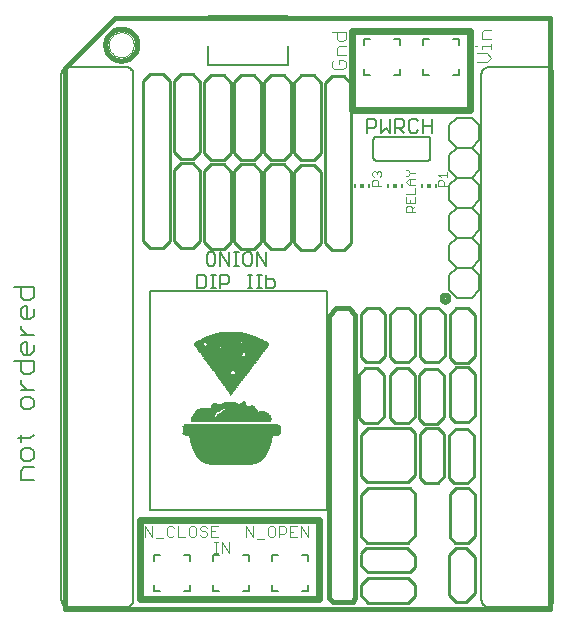
<source format=gto>
G75*
%MOIN*%
%OFA0B0*%
%FSLAX24Y24*%
%IPPOS*%
%LPD*%
%AMOC8*
5,1,8,0,0,1.08239X$1,22.5*
%
%ADD10C,0.0160*%
%ADD11C,0.0060*%
%ADD12C,0.0240*%
%ADD13C,0.0100*%
%ADD14C,0.0040*%
%ADD15C,0.0000*%
%ADD16R,0.0059X0.0118*%
%ADD17R,0.0118X0.0118*%
%ADD18C,0.0030*%
%ADD19C,0.0080*%
%ADD20R,0.1455X0.0013*%
%ADD21R,0.1573X0.0013*%
%ADD22R,0.1665X0.0013*%
%ADD23R,0.1731X0.0013*%
%ADD24R,0.1796X0.0013*%
%ADD25R,0.1849X0.0013*%
%ADD26R,0.1888X0.0013*%
%ADD27R,0.1927X0.0013*%
%ADD28R,0.1967X0.0013*%
%ADD29R,0.2006X0.0013*%
%ADD30R,0.2045X0.0013*%
%ADD31R,0.2071X0.0013*%
%ADD32R,0.2098X0.0013*%
%ADD33R,0.2137X0.0013*%
%ADD34R,0.2150X0.0013*%
%ADD35R,0.2176X0.0013*%
%ADD36R,0.2203X0.0013*%
%ADD37R,0.2229X0.0013*%
%ADD38R,0.2242X0.0013*%
%ADD39R,0.2268X0.0013*%
%ADD40R,0.2281X0.0013*%
%ADD41R,0.2307X0.0013*%
%ADD42R,0.2321X0.0013*%
%ADD43R,0.2334X0.0013*%
%ADD44R,0.2360X0.0013*%
%ADD45R,0.2373X0.0013*%
%ADD46R,0.2386X0.0013*%
%ADD47R,0.2399X0.0013*%
%ADD48R,0.2412X0.0013*%
%ADD49R,0.2439X0.0013*%
%ADD50R,0.2452X0.0013*%
%ADD51R,0.2465X0.0013*%
%ADD52R,0.2478X0.0013*%
%ADD53R,0.2491X0.0013*%
%ADD54R,0.2504X0.0013*%
%ADD55R,0.2517X0.0013*%
%ADD56R,0.2530X0.0013*%
%ADD57R,0.2543X0.0013*%
%ADD58R,0.2556X0.0013*%
%ADD59R,0.2570X0.0013*%
%ADD60R,0.2583X0.0013*%
%ADD61R,0.2596X0.0013*%
%ADD62R,0.2609X0.0013*%
%ADD63R,0.2622X0.0013*%
%ADD64R,0.2635X0.0013*%
%ADD65R,0.2648X0.0013*%
%ADD66R,0.2661X0.0013*%
%ADD67R,0.2674X0.0013*%
%ADD68R,0.2688X0.0013*%
%ADD69R,0.2701X0.0013*%
%ADD70R,0.2714X0.0013*%
%ADD71R,0.2727X0.0013*%
%ADD72R,0.2740X0.0013*%
%ADD73R,0.2753X0.0013*%
%ADD74R,0.2766X0.0013*%
%ADD75R,0.2779X0.0013*%
%ADD76R,0.2792X0.0013*%
%ADD77R,0.2806X0.0013*%
%ADD78R,0.3081X0.0013*%
%ADD79R,0.3146X0.0013*%
%ADD80R,0.3186X0.0013*%
%ADD81R,0.3225X0.0013*%
%ADD82R,0.3251X0.0013*%
%ADD83R,0.3264X0.0013*%
%ADD84R,0.3278X0.0013*%
%ADD85R,0.3238X0.0013*%
%ADD86R,0.3199X0.0013*%
%ADD87R,0.3160X0.0013*%
%ADD88R,0.3107X0.0013*%
%ADD89R,0.0774X0.0013*%
%ADD90R,0.0760X0.0013*%
%ADD91R,0.1822X0.0013*%
%ADD92R,0.0747X0.0013*%
%ADD93R,0.0734X0.0013*%
%ADD94R,0.1783X0.0013*%
%ADD95R,0.1770X0.0013*%
%ADD96R,0.1757X0.0013*%
%ADD97R,0.1704X0.0013*%
%ADD98R,0.1678X0.0013*%
%ADD99R,0.1639X0.0013*%
%ADD100R,0.1613X0.0013*%
%ADD101R,0.1586X0.0013*%
%ADD102R,0.1560X0.0013*%
%ADD103R,0.1508X0.0013*%
%ADD104R,0.1232X0.0013*%
%ADD105R,0.0184X0.0013*%
%ADD106R,0.1193X0.0013*%
%ADD107R,0.1180X0.0013*%
%ADD108R,0.1141X0.0013*%
%ADD109R,0.1101X0.0013*%
%ADD110R,0.1075X0.0013*%
%ADD111R,0.1036X0.0013*%
%ADD112R,0.1023X0.0013*%
%ADD113R,0.1009X0.0013*%
%ADD114R,0.0249X0.0013*%
%ADD115R,0.0446X0.0013*%
%ADD116R,0.1495X0.0013*%
%ADD117R,0.1481X0.0013*%
%ADD118R,0.1468X0.0013*%
%ADD119R,0.1442X0.0013*%
%ADD120R,0.1206X0.0013*%
%ADD121R,0.0197X0.0013*%
%ADD122R,0.0118X0.0013*%
%ADD123R,0.0052X0.0013*%
%ADD124R,0.1154X0.0013*%
%ADD125R,0.0210X0.0013*%
%ADD126R,0.0616X0.0013*%
%ADD127R,0.0144X0.0013*%
%ADD128R,0.0564X0.0013*%
%ADD129R,0.0026X0.0013*%
%ADD130R,0.0498X0.0013*%
%ADD131R,0.0170X0.0013*%
%ADD132R,0.0420X0.0013*%
%ADD133R,0.0341X0.0013*%
%ADD134R,0.0105X0.0013*%
%ADD135R,0.0066X0.0013*%
%ADD136R,0.0039X0.0013*%
%ADD137R,0.0013X0.0013*%
%ADD138R,0.0092X0.0013*%
%ADD139R,0.0223X0.0013*%
%ADD140R,0.0275X0.0013*%
%ADD141R,0.0302X0.0013*%
%ADD142R,0.0328X0.0013*%
%ADD143R,0.0354X0.0013*%
%ADD144R,0.0367X0.0013*%
%ADD145R,0.0380X0.0013*%
%ADD146R,0.0406X0.0013*%
%ADD147R,0.0433X0.0013*%
%ADD148R,0.0459X0.0013*%
%ADD149R,0.0485X0.0013*%
%ADD150R,0.0511X0.0013*%
%ADD151R,0.0538X0.0013*%
%ADD152R,0.0590X0.0013*%
%ADD153R,0.0642X0.0013*%
%ADD154R,0.0669X0.0013*%
%ADD155R,0.0695X0.0013*%
%ADD156R,0.0721X0.0013*%
%ADD157R,0.0800X0.0013*%
%ADD158R,0.0813X0.0013*%
%ADD159R,0.0826X0.0013*%
%ADD160R,0.0852X0.0013*%
%ADD161R,0.0878X0.0013*%
%ADD162R,0.0891X0.0013*%
%ADD163R,0.0905X0.0013*%
%ADD164R,0.0931X0.0013*%
%ADD165R,0.0957X0.0013*%
%ADD166R,0.0970X0.0013*%
%ADD167R,0.0983X0.0013*%
%ADD168R,0.0551X0.0013*%
%ADD169R,0.0524X0.0013*%
%ADD170R,0.0472X0.0013*%
%ADD171R,0.0629X0.0013*%
%ADD172R,0.1219X0.0013*%
%ADD173R,0.1245X0.0013*%
%ADD174R,0.1259X0.0013*%
%ADD175R,0.1272X0.0013*%
%ADD176R,0.1298X0.0013*%
%ADD177R,0.1324X0.0013*%
%ADD178R,0.1337X0.0013*%
%ADD179R,0.1350X0.0013*%
%ADD180R,0.1377X0.0013*%
%ADD181R,0.1403X0.0013*%
%ADD182R,0.1416X0.0013*%
%ADD183R,0.1429X0.0013*%
%ADD184R,0.1534X0.0013*%
%ADD185R,0.1547X0.0013*%
%ADD186R,0.1626X0.0013*%
%ADD187R,0.1652X0.0013*%
%ADD188R,0.1691X0.0013*%
%ADD189R,0.1744X0.0013*%
%ADD190R,0.1809X0.0013*%
%ADD191R,0.1862X0.0013*%
%ADD192R,0.1901X0.0013*%
%ADD193R,0.1940X0.0013*%
%ADD194R,0.1363X0.0013*%
%ADD195R,0.0577X0.0013*%
%ADD196R,0.0603X0.0013*%
%ADD197R,0.2111X0.0013*%
%ADD198R,0.2189X0.0013*%
%ADD199R,0.2216X0.0013*%
%ADD200R,0.2255X0.0013*%
%ADD201R,0.2294X0.0013*%
%ADD202R,0.1521X0.0013*%
%ADD203R,0.0839X0.0013*%
%ADD204R,0.2425X0.0013*%
%ADD205R,0.0315X0.0013*%
%ADD206R,0.2085X0.0013*%
%ADD207R,0.0787X0.0013*%
%ADD208R,0.2163X0.0013*%
%ADD209R,0.2124X0.0013*%
%ADD210R,0.2019X0.0013*%
%ADD211R,0.1953X0.0013*%
%ADD212R,0.1717X0.0013*%
%ADD213R,0.1599X0.0013*%
%ADD214R,0.1114X0.0013*%
%ADD215C,0.0050*%
D10*
X002057Y000180D02*
X018199Y000180D01*
X018199Y019865D01*
X003710Y019865D01*
X002057Y018211D01*
X002057Y000180D01*
X004222Y000180D02*
X016033Y000180D01*
X011703Y000534D02*
X011703Y000574D01*
X011644Y000416D01*
X010974Y000416D01*
X010856Y000534D01*
X010856Y009944D01*
X011092Y010219D01*
X011506Y010219D01*
X011703Y009963D01*
X011703Y000574D01*
X014599Y010534D02*
X014601Y010555D01*
X014607Y010576D01*
X014616Y010595D01*
X014629Y010611D01*
X014645Y010626D01*
X014663Y010637D01*
X014683Y010645D01*
X014703Y010649D01*
X014725Y010649D01*
X014745Y010645D01*
X014765Y010637D01*
X014783Y010626D01*
X014799Y010611D01*
X014812Y010595D01*
X014821Y010576D01*
X014827Y010555D01*
X014829Y010534D01*
X014827Y010513D01*
X014821Y010492D01*
X014812Y010473D01*
X014799Y010457D01*
X014783Y010442D01*
X014765Y010431D01*
X014745Y010423D01*
X014725Y010419D01*
X014703Y010419D01*
X014683Y010423D01*
X014663Y010431D01*
X014645Y010442D01*
X014629Y010457D01*
X014616Y010473D01*
X014607Y010492D01*
X014601Y010513D01*
X014599Y010534D01*
X003396Y018979D02*
X003398Y019025D01*
X003404Y019070D01*
X003414Y019115D01*
X003427Y019158D01*
X003444Y019201D01*
X003465Y019241D01*
X003489Y019280D01*
X003517Y019316D01*
X003548Y019350D01*
X003581Y019382D01*
X003617Y019410D01*
X003655Y019435D01*
X003695Y019457D01*
X003737Y019475D01*
X003780Y019489D01*
X003825Y019500D01*
X003870Y019507D01*
X003916Y019510D01*
X003961Y019509D01*
X004007Y019504D01*
X004052Y019495D01*
X004095Y019483D01*
X004138Y019466D01*
X004179Y019446D01*
X004218Y019423D01*
X004256Y019396D01*
X004290Y019366D01*
X004322Y019334D01*
X004351Y019298D01*
X004377Y019261D01*
X004400Y019221D01*
X004419Y019180D01*
X004434Y019137D01*
X004446Y019092D01*
X004454Y019047D01*
X004458Y019002D01*
X004458Y018956D01*
X004454Y018911D01*
X004446Y018866D01*
X004434Y018821D01*
X004419Y018778D01*
X004400Y018737D01*
X004377Y018697D01*
X004351Y018660D01*
X004322Y018624D01*
X004290Y018592D01*
X004256Y018562D01*
X004218Y018535D01*
X004179Y018512D01*
X004138Y018492D01*
X004095Y018475D01*
X004052Y018463D01*
X004007Y018454D01*
X003961Y018449D01*
X003916Y018448D01*
X003870Y018451D01*
X003825Y018458D01*
X003780Y018469D01*
X003737Y018483D01*
X003695Y018501D01*
X003655Y018523D01*
X003617Y018548D01*
X003581Y018576D01*
X003548Y018608D01*
X003517Y018642D01*
X003489Y018678D01*
X003465Y018717D01*
X003444Y018757D01*
X003427Y018800D01*
X003414Y018843D01*
X003404Y018888D01*
X003398Y018933D01*
X003396Y018979D01*
D11*
X001928Y017985D02*
X001928Y000485D01*
X001930Y000455D01*
X001935Y000425D01*
X001944Y000396D01*
X001957Y000369D01*
X001972Y000343D01*
X001991Y000319D01*
X002012Y000298D01*
X002036Y000279D01*
X002062Y000264D01*
X002089Y000251D01*
X002118Y000242D01*
X002148Y000237D01*
X002178Y000235D01*
X004078Y000235D01*
X004108Y000237D01*
X004138Y000242D01*
X004167Y000251D01*
X004194Y000264D01*
X004220Y000279D01*
X004244Y000298D01*
X004265Y000319D01*
X004284Y000343D01*
X004299Y000369D01*
X004312Y000396D01*
X004321Y000425D01*
X004326Y000455D01*
X004328Y000485D01*
X004328Y017985D01*
X004326Y018015D01*
X004321Y018045D01*
X004312Y018074D01*
X004299Y018101D01*
X004284Y018127D01*
X004265Y018151D01*
X004244Y018172D01*
X004220Y018191D01*
X004194Y018206D01*
X004167Y018219D01*
X004138Y018228D01*
X004108Y018233D01*
X004078Y018235D01*
X002178Y018235D01*
X002148Y018233D01*
X002118Y018228D01*
X002089Y018219D01*
X002062Y018206D01*
X002036Y018191D01*
X002012Y018172D01*
X001991Y018151D01*
X001972Y018127D01*
X001957Y018101D01*
X001944Y018074D01*
X001935Y018045D01*
X001930Y018015D01*
X001928Y017985D01*
X006841Y012053D02*
X006767Y011979D01*
X006767Y011686D01*
X006841Y011612D01*
X006987Y011612D01*
X007061Y011686D01*
X007061Y011979D01*
X006987Y012053D01*
X006841Y012053D01*
X007228Y012053D02*
X007228Y011612D01*
X007521Y011612D02*
X007521Y012053D01*
X007688Y012053D02*
X007835Y012053D01*
X007761Y012053D02*
X007761Y011612D01*
X007688Y011612D02*
X007835Y011612D01*
X007995Y011686D02*
X008068Y011612D01*
X008215Y011612D01*
X008289Y011686D01*
X008289Y011979D01*
X008215Y012053D01*
X008068Y012053D01*
X007995Y011979D01*
X007995Y011686D01*
X008148Y011303D02*
X008295Y011303D01*
X008222Y011303D02*
X008222Y010862D01*
X008295Y010862D02*
X008148Y010862D01*
X008455Y010862D02*
X008602Y010862D01*
X008529Y010862D02*
X008529Y011303D01*
X008602Y011303D02*
X008455Y011303D01*
X008762Y011303D02*
X008762Y010862D01*
X008982Y010862D01*
X009056Y010936D01*
X009056Y011082D01*
X008982Y011156D01*
X008762Y011156D01*
X008749Y011612D02*
X008749Y012053D01*
X008455Y012053D02*
X008455Y011612D01*
X008749Y011612D02*
X008455Y012053D01*
X007521Y011612D02*
X007228Y012053D01*
X007228Y011303D02*
X007448Y011303D01*
X007521Y011229D01*
X007521Y011082D01*
X007448Y011009D01*
X007228Y011009D01*
X007228Y010862D02*
X007228Y011303D01*
X007067Y011303D02*
X006921Y011303D01*
X006994Y011303D02*
X006994Y010862D01*
X006921Y010862D02*
X007067Y010862D01*
X006754Y010936D02*
X006754Y011229D01*
X006680Y011303D01*
X006460Y011303D01*
X006460Y010862D01*
X006680Y010862D01*
X006754Y010936D01*
X012327Y015215D02*
X012327Y015815D01*
X012329Y015832D01*
X012333Y015849D01*
X012340Y015865D01*
X012350Y015879D01*
X012363Y015892D01*
X012377Y015902D01*
X012393Y015909D01*
X012410Y015913D01*
X012427Y015915D01*
X014127Y015915D01*
X014144Y015913D01*
X014161Y015909D01*
X014177Y015902D01*
X014191Y015892D01*
X014204Y015879D01*
X014214Y015865D01*
X014221Y015849D01*
X014225Y015832D01*
X014227Y015815D01*
X014227Y015215D01*
X014225Y015198D01*
X014221Y015181D01*
X014214Y015165D01*
X014204Y015151D01*
X014191Y015138D01*
X014177Y015128D01*
X014161Y015121D01*
X014144Y015117D01*
X014127Y015115D01*
X012427Y015115D01*
X012410Y015117D01*
X012393Y015121D01*
X012377Y015128D01*
X012363Y015138D01*
X012350Y015151D01*
X012340Y015165D01*
X012333Y015181D01*
X012329Y015198D01*
X012327Y015215D01*
X014864Y015296D02*
X014864Y014796D01*
X015114Y014546D01*
X015614Y014546D01*
X015864Y014796D01*
X015864Y015296D01*
X015614Y015546D01*
X015864Y015796D01*
X015864Y016296D01*
X015614Y016546D01*
X015114Y016546D01*
X014864Y016296D01*
X014864Y015796D01*
X015114Y015546D01*
X015614Y015546D01*
X015114Y015546D02*
X014864Y015296D01*
X015114Y014546D02*
X014864Y014296D01*
X014864Y013796D01*
X015114Y013546D01*
X015614Y013546D01*
X015864Y013796D01*
X015864Y014296D01*
X015614Y014546D01*
X015614Y013546D02*
X015864Y013296D01*
X015864Y012796D01*
X015614Y012546D01*
X015864Y012296D01*
X015864Y011796D01*
X015614Y011546D01*
X015864Y011296D01*
X015864Y010796D01*
X015614Y010546D01*
X015114Y010546D01*
X014864Y010796D01*
X014864Y011296D01*
X015114Y011546D01*
X014864Y011796D01*
X014864Y012296D01*
X015114Y012546D01*
X015614Y012546D01*
X015114Y012546D02*
X014864Y012796D01*
X014864Y013296D01*
X015114Y013546D01*
X015114Y011546D02*
X015614Y011546D01*
X015177Y017966D02*
X014977Y017966D01*
X015177Y017966D02*
X015177Y018166D01*
X015177Y018966D02*
X015177Y019166D01*
X014977Y019166D01*
X014177Y019166D02*
X013977Y019166D01*
X013977Y018966D01*
X013977Y018166D02*
X013977Y017966D01*
X014177Y017966D01*
X013208Y017966D02*
X013008Y017966D01*
X013208Y017966D02*
X013208Y018166D01*
X013208Y018966D02*
X013208Y019166D01*
X013008Y019166D01*
X012208Y019166D02*
X012008Y019166D01*
X012008Y018966D01*
X012008Y018166D02*
X012008Y017966D01*
X012208Y017966D01*
X015928Y017985D02*
X015928Y000485D01*
X015930Y000455D01*
X015935Y000425D01*
X015944Y000396D01*
X015957Y000369D01*
X015972Y000343D01*
X015991Y000319D01*
X016012Y000298D01*
X016036Y000279D01*
X016062Y000264D01*
X016089Y000251D01*
X016118Y000242D01*
X016148Y000237D01*
X016178Y000235D01*
X018078Y000235D01*
X018108Y000237D01*
X018138Y000242D01*
X018167Y000251D01*
X018194Y000264D01*
X018220Y000279D01*
X018244Y000298D01*
X018265Y000319D01*
X018284Y000343D01*
X018299Y000369D01*
X018312Y000396D01*
X018321Y000425D01*
X018326Y000455D01*
X018328Y000485D01*
X018328Y017985D01*
X018326Y018015D01*
X018321Y018045D01*
X018312Y018074D01*
X018299Y018101D01*
X018284Y018127D01*
X018265Y018151D01*
X018244Y018172D01*
X018220Y018191D01*
X018194Y018206D01*
X018167Y018219D01*
X018138Y018228D01*
X018108Y018233D01*
X018078Y018235D01*
X016178Y018235D01*
X016148Y018233D01*
X016118Y018228D01*
X016089Y018219D01*
X016062Y018206D01*
X016036Y018191D01*
X016012Y018172D01*
X015991Y018151D01*
X015972Y018127D01*
X015957Y018101D01*
X015944Y018074D01*
X015935Y018045D01*
X015930Y018015D01*
X015928Y017985D01*
X010137Y001961D02*
X009937Y001961D01*
X010137Y001961D02*
X010137Y001761D01*
X010137Y000961D02*
X010137Y000761D01*
X009937Y000761D01*
X009137Y000761D02*
X008937Y000761D01*
X008937Y000961D01*
X008169Y000961D02*
X008169Y000761D01*
X007969Y000761D01*
X007169Y000761D02*
X006969Y000761D01*
X006969Y000961D01*
X006200Y000961D02*
X006200Y000761D01*
X006000Y000761D01*
X005200Y000761D02*
X005000Y000761D01*
X005000Y000961D01*
X005000Y001761D02*
X005000Y001961D01*
X005200Y001961D01*
X006000Y001961D02*
X006200Y001961D01*
X006200Y001761D01*
X006969Y001761D02*
X006969Y001961D01*
X007169Y001961D01*
X007969Y001961D02*
X008169Y001961D01*
X008169Y001761D01*
X008937Y001761D02*
X008937Y001961D01*
X009137Y001961D01*
X001003Y004462D02*
X000576Y004462D01*
X000576Y004782D01*
X000683Y004889D01*
X001003Y004889D01*
X000897Y005107D02*
X001003Y005213D01*
X001003Y005427D01*
X000897Y005534D01*
X000683Y005534D01*
X000576Y005427D01*
X000576Y005213D01*
X000683Y005107D01*
X000897Y005107D01*
X000576Y005751D02*
X000576Y005965D01*
X000470Y005858D02*
X000897Y005858D01*
X001003Y005965D01*
X000897Y006825D02*
X000683Y006825D01*
X000576Y006932D01*
X000576Y007146D01*
X000683Y007252D01*
X000897Y007252D01*
X001003Y007146D01*
X001003Y006932D01*
X000897Y006825D01*
X001003Y007470D02*
X000576Y007470D01*
X000576Y007683D02*
X000576Y007790D01*
X000576Y007683D02*
X000790Y007470D01*
X000897Y008007D02*
X000683Y008007D01*
X000576Y008114D01*
X000576Y008434D01*
X000683Y008652D02*
X000576Y008758D01*
X000576Y008972D01*
X000683Y009079D01*
X000790Y009079D01*
X000790Y008652D01*
X000897Y008652D02*
X000683Y008652D01*
X000897Y008652D02*
X001003Y008758D01*
X001003Y008972D01*
X001003Y009296D02*
X000576Y009296D01*
X000576Y009510D02*
X000576Y009616D01*
X000576Y009510D02*
X000790Y009296D01*
X000790Y009833D02*
X000790Y010260D01*
X000683Y010260D01*
X000576Y010153D01*
X000576Y009940D01*
X000683Y009833D01*
X000897Y009833D01*
X001003Y009940D01*
X001003Y010153D01*
X000897Y010478D02*
X000683Y010478D01*
X000576Y010585D01*
X000576Y010905D01*
X000363Y010905D02*
X001003Y010905D01*
X001003Y010585D01*
X000897Y010478D01*
X001003Y008434D02*
X000363Y008434D01*
X000897Y008007D02*
X001003Y008114D01*
X001003Y008434D01*
D12*
X004537Y003133D02*
X004537Y000495D01*
X010522Y000495D01*
X010522Y003133D01*
X004537Y003133D01*
X011624Y016794D02*
X011624Y019432D01*
X015561Y019432D01*
X015561Y016794D01*
X011624Y016794D01*
D13*
X011585Y017680D02*
X011348Y017936D01*
X010935Y017936D01*
X010699Y017700D01*
X010699Y012365D01*
X010935Y012129D01*
X011348Y012129D01*
X011585Y012365D01*
X011585Y017680D01*
X011329Y017936D02*
X011250Y017936D01*
X010581Y017700D02*
X010344Y017956D01*
X009931Y017956D01*
X009695Y017719D01*
X009695Y015357D01*
X009931Y015121D01*
X010344Y015121D01*
X010581Y015357D01*
X010581Y017700D01*
X010325Y017956D02*
X010246Y017956D01*
X009577Y017719D02*
X009340Y017975D01*
X008927Y017975D01*
X008691Y017739D01*
X008691Y015377D01*
X008927Y015141D01*
X009340Y015141D01*
X009577Y015377D01*
X009577Y017719D01*
X009321Y017975D02*
X009242Y017975D01*
X008573Y017719D02*
X008336Y017975D01*
X007923Y017975D01*
X007687Y017739D01*
X007687Y015377D01*
X007923Y015141D01*
X008336Y015141D01*
X008573Y015377D01*
X008573Y017719D01*
X008317Y017975D02*
X008238Y017975D01*
X007569Y017719D02*
X007333Y017975D01*
X006919Y017975D01*
X006683Y017739D01*
X006683Y015377D01*
X006919Y015141D01*
X007333Y015141D01*
X007569Y015377D01*
X007569Y017719D01*
X007313Y017975D02*
X007234Y017975D01*
X006565Y017739D02*
X006329Y017995D01*
X005915Y017995D01*
X005679Y017759D01*
X005679Y015397D01*
X005915Y015160D01*
X006329Y015160D01*
X006565Y015397D01*
X006565Y017739D01*
X006309Y017995D02*
X006230Y017995D01*
X005541Y017759D02*
X005305Y018015D01*
X004892Y018015D01*
X004655Y017778D01*
X004655Y012424D01*
X004892Y012188D01*
X005305Y012188D01*
X005541Y012424D01*
X005541Y017759D01*
X005285Y018015D02*
X005207Y018015D01*
X006092Y015160D02*
X006309Y015160D01*
X006309Y015023D02*
X006230Y015023D01*
X006329Y015023D02*
X005915Y015023D01*
X005679Y014786D01*
X005679Y012424D01*
X005915Y012188D01*
X006329Y012188D01*
X006565Y012424D01*
X006565Y014767D01*
X006329Y015023D01*
X006683Y014767D02*
X006919Y015003D01*
X007333Y015003D01*
X007569Y014747D01*
X007569Y012404D01*
X007333Y012168D01*
X006919Y012168D01*
X006683Y012404D01*
X006683Y014767D01*
X007096Y015141D02*
X007313Y015141D01*
X007313Y015003D02*
X007234Y015003D01*
X007687Y014767D02*
X007923Y015003D01*
X008336Y015003D01*
X008573Y014747D01*
X008573Y012404D01*
X008336Y012168D01*
X007923Y012168D01*
X007687Y012404D01*
X007687Y014767D01*
X008100Y015141D02*
X008317Y015141D01*
X008317Y015003D02*
X008238Y015003D01*
X008691Y014767D02*
X008927Y015003D01*
X009340Y015003D01*
X009577Y014747D01*
X009577Y012404D01*
X009340Y012168D01*
X008927Y012168D01*
X008691Y012404D01*
X008691Y014767D01*
X009104Y015141D02*
X009321Y015141D01*
X009321Y015003D02*
X009242Y015003D01*
X009695Y014747D02*
X009931Y014983D01*
X010344Y014983D01*
X010581Y014727D01*
X010581Y012385D01*
X010344Y012149D01*
X009931Y012149D01*
X009695Y012385D01*
X009695Y014747D01*
X010108Y015121D02*
X010325Y015121D01*
X010325Y014983D02*
X010246Y014983D01*
X010325Y012149D02*
X010108Y012149D01*
X009321Y012168D02*
X009104Y012168D01*
X008317Y012168D02*
X008100Y012168D01*
X007313Y012168D02*
X007096Y012168D01*
X006309Y012188D02*
X006092Y012188D01*
X005285Y012188D02*
X005069Y012188D01*
X011112Y012129D02*
X011329Y012129D01*
X012116Y010219D02*
X012510Y010219D01*
X012726Y010003D01*
X012726Y008605D01*
X012510Y008389D01*
X012077Y008389D01*
X011899Y008566D01*
X011899Y008586D02*
X011899Y010003D01*
X012116Y010219D01*
X012884Y010003D02*
X013100Y010219D01*
X013494Y010219D01*
X013710Y010003D01*
X013710Y008605D01*
X013494Y008389D01*
X013061Y008389D01*
X012884Y008566D01*
X012884Y008586D02*
X012884Y010003D01*
X013888Y010003D02*
X014104Y010219D01*
X014498Y010219D01*
X014714Y010003D01*
X014714Y008605D01*
X014498Y008389D01*
X014065Y008389D01*
X013888Y008566D01*
X013888Y008586D02*
X013888Y010003D01*
X014872Y009983D02*
X015088Y010200D01*
X015482Y010200D01*
X015699Y009983D01*
X015699Y008586D01*
X015482Y008369D01*
X015049Y008369D01*
X014872Y008546D01*
X014872Y008566D02*
X014872Y009983D01*
X015088Y008231D02*
X015482Y008231D01*
X015699Y008015D01*
X015699Y006617D01*
X015482Y006400D01*
X015049Y006400D01*
X014872Y006578D01*
X014872Y006597D02*
X014872Y008015D01*
X015088Y008231D01*
X014675Y007956D02*
X014675Y006558D01*
X014459Y006341D01*
X014025Y006341D01*
X013848Y006519D01*
X013848Y006538D02*
X013848Y007956D01*
X014065Y008172D01*
X014459Y008172D01*
X014675Y007956D01*
X013710Y007975D02*
X013710Y006578D01*
X013494Y006361D01*
X013061Y006361D01*
X012884Y006538D01*
X012884Y006558D02*
X012884Y007975D01*
X013100Y008192D01*
X013494Y008192D01*
X013710Y007975D01*
X012667Y007975D02*
X012667Y006578D01*
X012451Y006361D01*
X012018Y006361D01*
X011840Y006538D01*
X011840Y006558D02*
X011840Y007975D01*
X012057Y008192D01*
X012451Y008192D01*
X012667Y007975D01*
X012136Y006204D02*
X013533Y006204D01*
X013710Y006026D01*
X013710Y004629D01*
X013474Y004393D01*
X012116Y004393D01*
X011899Y004609D01*
X011899Y004629D02*
X011899Y005967D01*
X012136Y006204D01*
X013868Y005987D02*
X013868Y004570D01*
X013868Y004550D02*
X014045Y004373D01*
X014478Y004373D01*
X014695Y004589D01*
X014695Y005987D01*
X014478Y006204D01*
X014085Y006204D01*
X013868Y005987D01*
X014852Y005967D02*
X015069Y006184D01*
X015462Y006184D01*
X015679Y005967D01*
X015679Y004570D01*
X015462Y004353D01*
X015029Y004353D01*
X014852Y004530D01*
X014852Y004550D02*
X014852Y005967D01*
X015088Y004215D02*
X015482Y004215D01*
X015699Y003999D01*
X015699Y002601D01*
X015482Y002385D01*
X015049Y002385D01*
X014872Y002562D01*
X014872Y002582D02*
X014872Y003999D01*
X015088Y004215D01*
X013710Y004019D02*
X013710Y002621D01*
X013474Y002385D01*
X012116Y002385D01*
X011899Y002601D01*
X011899Y002621D02*
X011899Y003960D01*
X012136Y004196D01*
X013533Y004196D01*
X013710Y004019D01*
X013455Y002208D02*
X012096Y002208D01*
X011919Y002030D01*
X011899Y001971D02*
X011899Y001617D01*
X012136Y001400D01*
X013533Y001400D01*
X013710Y001578D01*
X013710Y001952D01*
X013455Y002208D01*
X013474Y001204D02*
X013710Y000967D01*
X013710Y000613D01*
X013474Y000377D01*
X012155Y000377D01*
X011899Y000633D01*
X011899Y000948D01*
X011899Y000967D02*
X012136Y001204D01*
X013474Y001204D01*
X014852Y000633D02*
X014852Y001971D01*
X015088Y002208D01*
X015423Y002208D01*
X015718Y001912D01*
X015718Y000692D01*
X015423Y000397D01*
X015088Y000397D01*
X014852Y000633D01*
D14*
X010153Y002564D02*
X010153Y002924D01*
X009913Y002924D02*
X009913Y002564D01*
X009785Y002564D02*
X009545Y002564D01*
X009545Y002924D01*
X009785Y002924D01*
X009913Y002924D02*
X010153Y002564D01*
X009665Y002744D02*
X009545Y002744D01*
X009417Y002744D02*
X009357Y002684D01*
X009176Y002684D01*
X009176Y002564D02*
X009176Y002924D01*
X009357Y002924D01*
X009417Y002864D01*
X009417Y002744D01*
X009048Y002624D02*
X009048Y002864D01*
X008988Y002924D01*
X008868Y002924D01*
X008808Y002864D01*
X008808Y002624D01*
X008868Y002564D01*
X008988Y002564D01*
X009048Y002624D01*
X008680Y002504D02*
X008440Y002504D01*
X008312Y002564D02*
X008312Y002924D01*
X008071Y002924D02*
X008071Y002564D01*
X008312Y002564D02*
X008071Y002924D01*
X007514Y002393D02*
X007514Y002033D01*
X007274Y002393D01*
X007274Y002033D01*
X007148Y002033D02*
X007028Y002033D01*
X007088Y002033D02*
X007088Y002393D01*
X007028Y002393D02*
X007148Y002393D01*
X007155Y002584D02*
X006915Y002584D01*
X006915Y002944D01*
X007155Y002944D01*
X007035Y002764D02*
X006915Y002764D01*
X006787Y002704D02*
X006787Y002644D01*
X006727Y002584D01*
X006607Y002584D01*
X006547Y002644D01*
X006419Y002644D02*
X006419Y002884D01*
X006359Y002944D01*
X006239Y002944D01*
X006179Y002884D01*
X006179Y002644D01*
X006239Y002584D01*
X006359Y002584D01*
X006419Y002644D01*
X006547Y002824D02*
X006607Y002764D01*
X006727Y002764D01*
X006787Y002704D01*
X006787Y002884D02*
X006727Y002944D01*
X006607Y002944D01*
X006547Y002884D01*
X006547Y002824D01*
X006050Y002584D02*
X005810Y002584D01*
X005810Y002944D01*
X005682Y002884D02*
X005622Y002944D01*
X005502Y002944D01*
X005442Y002884D01*
X005442Y002644D01*
X005502Y002584D01*
X005622Y002584D01*
X005682Y002644D01*
X005314Y002524D02*
X005074Y002524D01*
X004946Y002584D02*
X004946Y002944D01*
X004705Y002944D02*
X004946Y002584D01*
X004705Y002584D02*
X004705Y002944D01*
X011023Y018172D02*
X011330Y018172D01*
X011407Y018249D01*
X011407Y018403D01*
X011330Y018479D01*
X011177Y018479D01*
X011177Y018326D01*
X011023Y018479D02*
X010947Y018403D01*
X010947Y018249D01*
X011023Y018172D01*
X011100Y018633D02*
X011100Y018863D01*
X011177Y018940D01*
X011407Y018940D01*
X011330Y019093D02*
X011177Y019093D01*
X011100Y019170D01*
X011100Y019400D01*
X010947Y019400D02*
X011407Y019400D01*
X011407Y019170D01*
X011330Y019093D01*
X011407Y018633D02*
X011100Y018633D01*
X015720Y018926D02*
X015797Y018926D01*
X015950Y018926D02*
X016257Y018926D01*
X016257Y018849D02*
X016257Y019003D01*
X016257Y019156D02*
X015950Y019156D01*
X015950Y019386D01*
X016027Y019463D01*
X016257Y019463D01*
X015950Y018926D02*
X015950Y018849D01*
X015797Y018696D02*
X016104Y018696D01*
X016257Y018542D01*
X016104Y018389D01*
X015797Y018389D01*
D15*
X003514Y018979D02*
X003516Y019019D01*
X003522Y019060D01*
X003532Y019099D01*
X003545Y019137D01*
X003563Y019174D01*
X003584Y019208D01*
X003608Y019241D01*
X003635Y019271D01*
X003665Y019298D01*
X003698Y019322D01*
X003732Y019343D01*
X003769Y019361D01*
X003807Y019374D01*
X003846Y019384D01*
X003887Y019390D01*
X003927Y019392D01*
X003967Y019390D01*
X004008Y019384D01*
X004047Y019374D01*
X004085Y019361D01*
X004122Y019343D01*
X004156Y019322D01*
X004189Y019298D01*
X004219Y019271D01*
X004246Y019241D01*
X004270Y019208D01*
X004291Y019174D01*
X004309Y019137D01*
X004322Y019099D01*
X004332Y019060D01*
X004338Y019019D01*
X004340Y018979D01*
X004338Y018939D01*
X004332Y018898D01*
X004322Y018859D01*
X004309Y018821D01*
X004291Y018784D01*
X004270Y018750D01*
X004246Y018717D01*
X004219Y018687D01*
X004189Y018660D01*
X004156Y018636D01*
X004122Y018615D01*
X004085Y018597D01*
X004047Y018584D01*
X004008Y018574D01*
X003967Y018568D01*
X003927Y018566D01*
X003887Y018568D01*
X003846Y018574D01*
X003807Y018584D01*
X003769Y018597D01*
X003732Y018615D01*
X003698Y018636D01*
X003665Y018660D01*
X003635Y018687D01*
X003608Y018717D01*
X003584Y018750D01*
X003563Y018784D01*
X003545Y018821D01*
X003532Y018859D01*
X003522Y018898D01*
X003516Y018939D01*
X003514Y018979D01*
D16*
X011722Y014274D03*
X012195Y014274D03*
X012825Y014274D03*
X013297Y014274D03*
X013947Y014255D03*
X014419Y014255D03*
D17*
X014183Y014255D03*
X013061Y014274D03*
X011959Y014274D03*
D18*
X012296Y014279D02*
X012296Y014424D01*
X012344Y014472D01*
X012441Y014472D01*
X012490Y014424D01*
X012490Y014279D01*
X012586Y014279D02*
X012296Y014279D01*
X012344Y014574D02*
X012296Y014622D01*
X012296Y014719D01*
X012344Y014767D01*
X012393Y014767D01*
X012441Y014719D01*
X012490Y014767D01*
X012538Y014767D01*
X012586Y014719D01*
X012586Y014622D01*
X012538Y014574D01*
X012441Y014670D02*
X012441Y014719D01*
X013418Y014787D02*
X013467Y014787D01*
X013563Y014690D01*
X013708Y014690D01*
X013563Y014690D02*
X013467Y014593D01*
X013418Y014593D01*
X013515Y014492D02*
X013418Y014395D01*
X013515Y014299D01*
X013708Y014299D01*
X013708Y014197D02*
X013708Y014004D01*
X013418Y014004D01*
X013418Y013903D02*
X013418Y013709D01*
X013708Y013709D01*
X013708Y013903D01*
X013563Y013806D02*
X013563Y013709D01*
X013563Y013608D02*
X013467Y013608D01*
X013418Y013560D01*
X013418Y013415D01*
X013708Y013415D01*
X013612Y013415D02*
X013612Y013560D01*
X013563Y013608D01*
X013612Y013511D02*
X013708Y013608D01*
X013563Y014299D02*
X013563Y014492D01*
X013515Y014492D02*
X013708Y014492D01*
X014481Y014404D02*
X014530Y014453D01*
X014626Y014453D01*
X014675Y014404D01*
X014675Y014259D01*
X014771Y014259D02*
X014481Y014259D01*
X014481Y014404D01*
X014578Y014554D02*
X014481Y014651D01*
X014771Y014651D01*
X014771Y014747D02*
X014771Y014554D01*
D19*
X010789Y010767D02*
X010789Y003483D01*
X004884Y003483D01*
X004884Y010767D01*
X010789Y010767D01*
X009498Y018290D02*
X006821Y018290D01*
X006821Y018920D01*
X006821Y019944D02*
X009498Y019944D01*
X009498Y018920D02*
X009498Y018290D01*
D20*
X007593Y009264D03*
X007593Y008254D03*
X007593Y004977D03*
D21*
X007587Y004990D03*
X007600Y008333D03*
D22*
X007593Y008398D03*
X007593Y009224D03*
X007593Y005003D03*
D23*
X007587Y005016D03*
X007993Y006615D03*
X007600Y008438D03*
D24*
X007593Y009198D03*
X008000Y006563D03*
X007593Y005029D03*
D25*
X007593Y005042D03*
X007987Y006524D03*
X007593Y008516D03*
X007593Y009185D03*
D26*
X007600Y008543D03*
X007587Y005055D03*
D27*
X007593Y005068D03*
X007593Y008569D03*
D28*
X007587Y005081D03*
D29*
X007593Y005095D03*
D30*
X007587Y005108D03*
D31*
X007587Y005121D03*
X007783Y008923D03*
X007797Y008936D03*
X007810Y008949D03*
X007810Y008962D03*
X007600Y009133D03*
D32*
X007797Y009015D03*
X007810Y009001D03*
X007823Y008988D03*
X007600Y008687D03*
X007587Y005134D03*
D33*
X007593Y005147D03*
X007593Y008713D03*
D34*
X007600Y008726D03*
X007587Y005160D03*
D35*
X007587Y005173D03*
X007600Y008739D03*
D36*
X007587Y005186D03*
D37*
X007587Y005199D03*
X007600Y008779D03*
D38*
X007593Y005213D03*
D39*
X007593Y005226D03*
X007593Y008805D03*
X007593Y009080D03*
D40*
X007587Y005239D03*
D41*
X007587Y005252D03*
X007600Y008831D03*
D42*
X007593Y005265D03*
D43*
X007587Y005278D03*
X007600Y008844D03*
D44*
X007587Y005291D03*
D45*
X007593Y005304D03*
D46*
X007587Y005317D03*
D47*
X007593Y005331D03*
D48*
X007587Y005344D03*
D49*
X007587Y005357D03*
D50*
X007593Y005370D03*
D51*
X007587Y005383D03*
D52*
X007593Y005396D03*
D53*
X007587Y005409D03*
D54*
X007593Y005422D03*
D55*
X007587Y005435D03*
X007587Y005449D03*
D56*
X007593Y005462D03*
D57*
X007587Y005475D03*
D58*
X007593Y005488D03*
D59*
X007587Y005501D03*
X007587Y005514D03*
D60*
X007593Y005527D03*
D61*
X007587Y005540D03*
D62*
X007593Y005553D03*
X007593Y005567D03*
D63*
X007587Y005580D03*
D64*
X007593Y005593D03*
X007593Y005606D03*
D65*
X007587Y005619D03*
X007587Y005632D03*
X007600Y006510D03*
D66*
X007593Y006497D03*
X007593Y006484D03*
X007593Y005645D03*
D67*
X007587Y005658D03*
X007587Y005671D03*
X007600Y006458D03*
X007600Y006471D03*
D68*
X007593Y006445D03*
X007593Y006432D03*
X007593Y006419D03*
X007593Y006406D03*
X007593Y005685D03*
D69*
X007587Y005698D03*
X007587Y005711D03*
D70*
X007593Y005724D03*
X007593Y005737D03*
D71*
X007587Y005750D03*
X007587Y005763D03*
D72*
X007593Y005776D03*
X007593Y005789D03*
D73*
X007587Y005803D03*
X007587Y005816D03*
X007587Y005829D03*
D74*
X007593Y005842D03*
X007593Y005855D03*
D75*
X007587Y005868D03*
X007587Y005881D03*
D76*
X007593Y005894D03*
X007593Y005907D03*
D77*
X007587Y005921D03*
D78*
X007593Y005934D03*
D79*
X007600Y005947D03*
D80*
X007593Y005960D03*
D81*
X007600Y005973D03*
X007600Y005986D03*
X007600Y006261D03*
D82*
X007600Y006235D03*
X007600Y005999D03*
D83*
X007593Y006012D03*
X007593Y006222D03*
D84*
X007600Y006209D03*
X007600Y006196D03*
X007600Y006183D03*
X007600Y006170D03*
X007600Y006156D03*
X007600Y006143D03*
X007600Y006130D03*
X007600Y006117D03*
X007600Y006104D03*
X007600Y006091D03*
X007600Y006078D03*
X007600Y006065D03*
X007600Y006052D03*
X007600Y006039D03*
X007600Y006025D03*
D85*
X007593Y006248D03*
D86*
X007600Y006274D03*
D87*
X007593Y006288D03*
D88*
X007593Y006301D03*
D89*
X006899Y006812D03*
X006872Y006799D03*
X006859Y006786D03*
X006833Y006773D03*
X006820Y006760D03*
X006807Y006746D03*
X006781Y006733D03*
X006663Y006524D03*
X007593Y007795D03*
D90*
X006931Y006825D03*
X006761Y006720D03*
X006656Y006537D03*
D91*
X008000Y006537D03*
X008000Y006550D03*
X007593Y008503D03*
D92*
X007593Y007782D03*
X006754Y006707D03*
X006741Y006694D03*
X006728Y006681D03*
X006715Y006668D03*
X006715Y006655D03*
X006702Y006642D03*
X006689Y006615D03*
X006676Y006602D03*
X006676Y006589D03*
X006663Y006563D03*
X006663Y006550D03*
D93*
X006669Y006576D03*
X006695Y006628D03*
X007600Y007769D03*
D94*
X007600Y008477D03*
X007993Y006576D03*
D95*
X008000Y006589D03*
X007593Y008464D03*
D96*
X007993Y006602D03*
D97*
X007993Y006628D03*
X007600Y008425D03*
D98*
X008006Y006642D03*
D99*
X008013Y006655D03*
D100*
X008000Y006668D03*
X007593Y008359D03*
D101*
X007593Y008346D03*
X008000Y006681D03*
D102*
X008000Y006694D03*
X007161Y009028D03*
D103*
X007174Y009054D03*
X007593Y008293D03*
X008013Y008857D03*
X008026Y008870D03*
X008000Y006707D03*
D104*
X007875Y006720D03*
D105*
X008623Y006720D03*
D106*
X007882Y006733D03*
D107*
X007888Y006746D03*
X007521Y006917D03*
X007521Y006930D03*
X007521Y006943D03*
D108*
X007528Y006969D03*
X007895Y006760D03*
D109*
X007901Y006773D03*
D110*
X007915Y006786D03*
D111*
X007921Y006799D03*
X007895Y006838D03*
X007593Y009329D03*
D112*
X007915Y006812D03*
D113*
X007908Y006825D03*
X007593Y007953D03*
D114*
X007593Y007441D03*
X006728Y006838D03*
D115*
X007115Y006838D03*
X007941Y008031D03*
X007941Y008044D03*
D116*
X007600Y008280D03*
X007194Y009067D03*
X007652Y006851D03*
D117*
X007646Y006864D03*
X007593Y008267D03*
D118*
X007639Y006878D03*
D119*
X007639Y006891D03*
D120*
X007521Y006904D03*
D121*
X007593Y007402D03*
X007987Y006996D03*
X008249Y006904D03*
D122*
X008262Y006917D03*
X008000Y007035D03*
X007593Y007350D03*
D123*
X008269Y006930D03*
D124*
X007521Y006956D03*
D125*
X007574Y007048D03*
X007980Y006982D03*
X007062Y006982D03*
D126*
X007541Y006982D03*
X007593Y007690D03*
D127*
X007593Y007376D03*
X007593Y007363D03*
X008000Y007022D03*
X007043Y006996D03*
D128*
X007541Y006996D03*
X007593Y007651D03*
X007305Y008044D03*
X008341Y008647D03*
D129*
X007023Y007009D03*
D130*
X007548Y007009D03*
D131*
X007593Y007389D03*
X007987Y007009D03*
D132*
X007561Y007022D03*
X007915Y007979D03*
X007915Y007992D03*
X007928Y008005D03*
D133*
X007561Y007035D03*
X006499Y008988D03*
X006525Y009015D03*
D134*
X008006Y007048D03*
D135*
X008013Y007061D03*
X007593Y007310D03*
X007593Y007323D03*
D136*
X007593Y007297D03*
X008013Y007074D03*
D137*
X007593Y007284D03*
D138*
X007593Y007336D03*
D139*
X007593Y007415D03*
X007593Y007428D03*
D140*
X007593Y007454D03*
D141*
X007593Y007468D03*
X007593Y007481D03*
D142*
X007593Y007494D03*
X006505Y008962D03*
X006505Y008975D03*
D143*
X006505Y009001D03*
X007593Y007507D03*
D144*
X007600Y007520D03*
D145*
X007593Y007533D03*
D146*
X007593Y007546D03*
D147*
X007593Y007559D03*
X007593Y007572D03*
X007895Y007966D03*
X007934Y008018D03*
X007593Y009382D03*
D148*
X007593Y007586D03*
D149*
X007593Y007599D03*
X007947Y008071D03*
D150*
X007593Y007625D03*
X007593Y007612D03*
D151*
X007593Y007638D03*
X007331Y007992D03*
X007318Y008005D03*
X008314Y008608D03*
X008328Y008621D03*
D152*
X007593Y007677D03*
X007593Y007664D03*
X007305Y008057D03*
X007305Y008071D03*
D153*
X007593Y007704D03*
X007593Y009369D03*
D154*
X007593Y007730D03*
X007593Y007717D03*
D155*
X007593Y007743D03*
D156*
X007593Y007756D03*
D157*
X007593Y007808D03*
X006820Y008870D03*
X008380Y009054D03*
D158*
X008387Y009041D03*
X007600Y007821D03*
X006826Y008857D03*
X006813Y008883D03*
D159*
X007593Y007835D03*
D160*
X007593Y007848D03*
X008393Y009028D03*
D161*
X007593Y007861D03*
D162*
X007600Y007874D03*
D163*
X007593Y007887D03*
X007593Y009342D03*
D164*
X007593Y007900D03*
D165*
X007593Y007913D03*
D166*
X007600Y007926D03*
D167*
X007593Y007939D03*
D168*
X007351Y007966D03*
X007312Y008018D03*
X007312Y008031D03*
X008308Y008595D03*
X008334Y008634D03*
D169*
X007941Y008084D03*
X007338Y007979D03*
D170*
X007941Y008057D03*
D171*
X007312Y008084D03*
D172*
X007593Y008097D03*
X007593Y009303D03*
D173*
X007593Y008110D03*
D174*
X007600Y008123D03*
D175*
X007593Y008136D03*
D176*
X007593Y008149D03*
X007593Y009290D03*
D177*
X007593Y008162D03*
D178*
X007600Y008175D03*
D179*
X007593Y008189D03*
X007279Y008621D03*
D180*
X007266Y008647D03*
X007593Y008202D03*
X007593Y009277D03*
D181*
X007266Y008661D03*
X007593Y008215D03*
D182*
X007600Y008228D03*
X007272Y008674D03*
D183*
X007593Y008241D03*
D184*
X007593Y008307D03*
X007161Y009041D03*
X007593Y009251D03*
D185*
X008033Y008897D03*
X007600Y008320D03*
D186*
X007600Y008372D03*
D187*
X007600Y008385D03*
D188*
X007593Y008411D03*
D189*
X007593Y008451D03*
D190*
X007600Y008490D03*
D191*
X007600Y008529D03*
D192*
X007593Y008556D03*
X007593Y009172D03*
D193*
X007600Y008582D03*
D194*
X007298Y008595D03*
X007285Y008608D03*
X007272Y008634D03*
D195*
X008334Y008661D03*
D196*
X008334Y008674D03*
D197*
X007593Y008700D03*
D198*
X007593Y008752D03*
D199*
X007593Y008765D03*
X007593Y009093D03*
D200*
X007600Y008792D03*
D201*
X007593Y008818D03*
D202*
X008033Y008883D03*
D203*
X006813Y008897D03*
D204*
X007593Y008910D03*
D205*
X006538Y008923D03*
X006525Y008936D03*
X006512Y008949D03*
D206*
X007816Y008975D03*
D207*
X007587Y009355D03*
X008360Y009067D03*
D208*
X007593Y009106D03*
D209*
X007600Y009119D03*
D210*
X007600Y009146D03*
D211*
X007593Y009159D03*
D212*
X007593Y009211D03*
D213*
X007600Y009237D03*
D214*
X007593Y009316D03*
D215*
X012127Y016046D02*
X012127Y016496D01*
X012352Y016496D01*
X012427Y016421D01*
X012427Y016271D01*
X012352Y016196D01*
X012127Y016196D01*
X012587Y016046D02*
X012737Y016196D01*
X012887Y016046D01*
X012887Y016496D01*
X013047Y016496D02*
X013273Y016496D01*
X013348Y016421D01*
X013348Y016271D01*
X013273Y016196D01*
X013047Y016196D01*
X013047Y016046D02*
X013047Y016496D01*
X013198Y016196D02*
X013348Y016046D01*
X013508Y016121D02*
X013583Y016046D01*
X013733Y016046D01*
X013808Y016121D01*
X013968Y016046D02*
X013968Y016496D01*
X013808Y016421D02*
X013733Y016496D01*
X013583Y016496D01*
X013508Y016421D01*
X013508Y016121D01*
X013968Y016271D02*
X014268Y016271D01*
X014268Y016496D02*
X014268Y016046D01*
X012587Y016046D02*
X012587Y016496D01*
M02*

</source>
